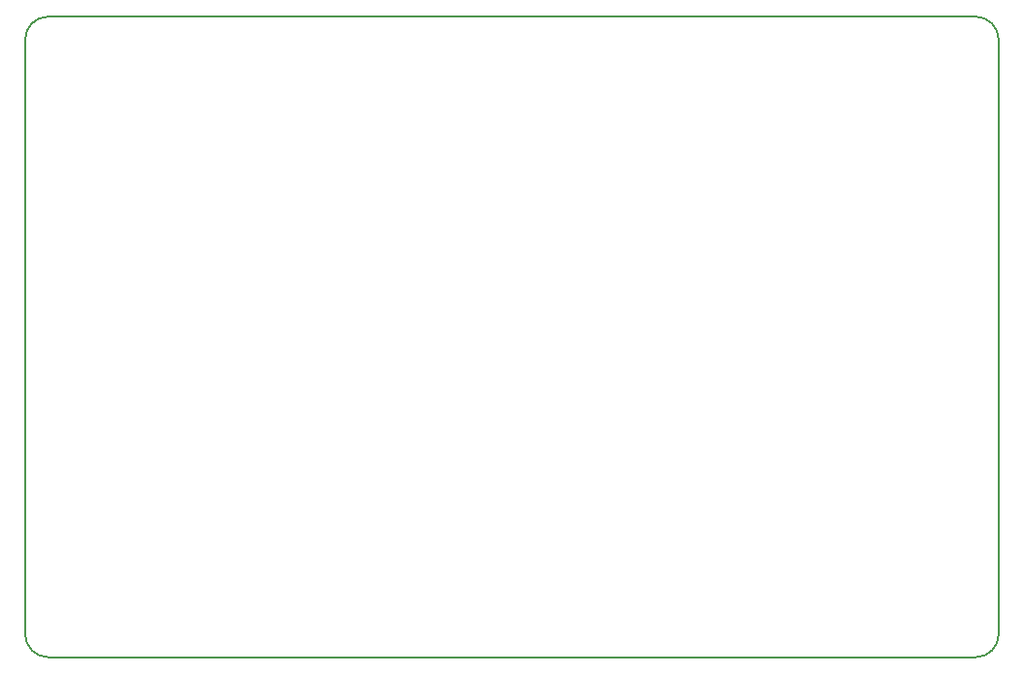
<source format=gko>
G04 DipTrace 3.0.0.0*
G04 TeensyArbotixProRPI.gko*
%MOIN*%
G04 #@! TF.FileFunction,Profile*
G04 #@! TF.Part,Single*
%ADD11C,0.005512*%
%FSLAX26Y26*%
G04*
G70*
G90*
G75*
G01*
G04 BoardOutline*
%LPD*%
X472441Y393701D2*
D11*
X3661418D1*
G03X3740158Y472441I-2J78742D01*
G01*
Y2519685D1*
G03X3661418Y2598425I-78742J-2D01*
G01*
X472441D1*
G03X393701Y2519685I2J-78742D01*
G01*
Y472441D1*
G03X472441Y393701I78742J2D01*
G01*
M02*

</source>
